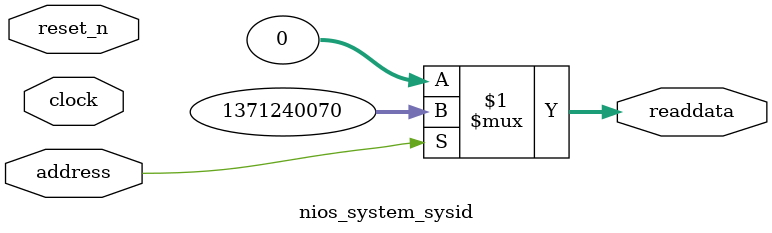
<source format=v>

`timescale 1ns / 1ps
// synthesis translate_on

// turn off superfluous verilog processor warnings 
// altera message_level Level1 
// altera message_off 10034 10035 10036 10037 10230 10240 10030 

module nios_system_sysid (
               // inputs:
                address,
                clock,
                reset_n,

               // outputs:
                readdata
             )
;

  output  [ 31: 0] readdata;
  input            address;
  input            clock;
  input            reset_n;

  wire    [ 31: 0] readdata;
  //control_slave, which is an e_avalon_slave
  assign readdata = address ? 1371240070 : 0;

endmodule




</source>
